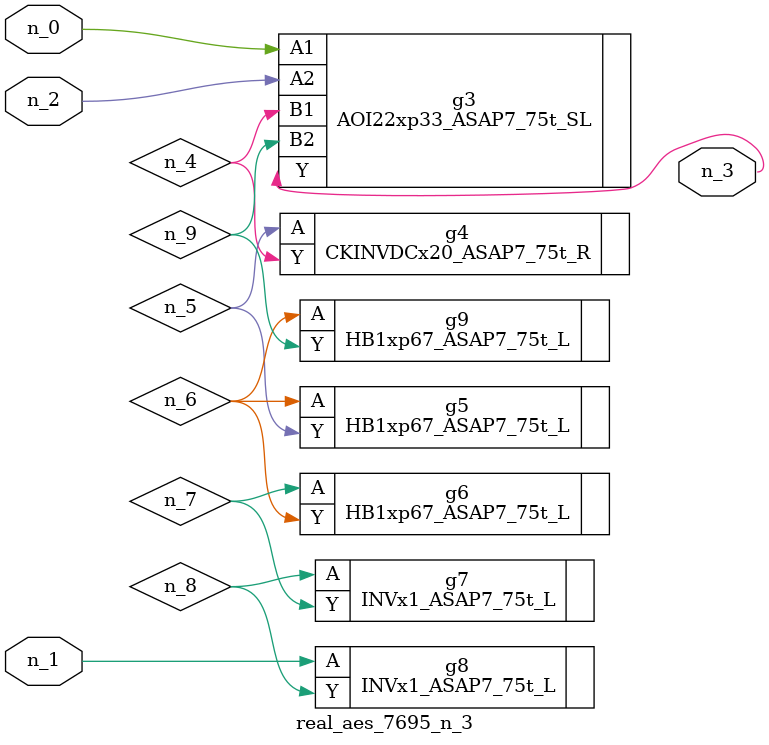
<source format=v>
module real_aes_7695_n_3 (n_0, n_2, n_1, n_3);
input n_0;
input n_2;
input n_1;
output n_3;
wire n_4;
wire n_5;
wire n_7;
wire n_9;
wire n_6;
wire n_8;
AOI22xp33_ASAP7_75t_SL g3 ( .A1(n_0), .A2(n_2), .B1(n_4), .B2(n_9), .Y(n_3) );
INVx1_ASAP7_75t_L g8 ( .A(n_1), .Y(n_8) );
CKINVDCx20_ASAP7_75t_R g4 ( .A(n_5), .Y(n_4) );
HB1xp67_ASAP7_75t_L g5 ( .A(n_6), .Y(n_5) );
HB1xp67_ASAP7_75t_L g9 ( .A(n_6), .Y(n_9) );
HB1xp67_ASAP7_75t_L g6 ( .A(n_7), .Y(n_6) );
INVx1_ASAP7_75t_L g7 ( .A(n_8), .Y(n_7) );
endmodule
</source>
